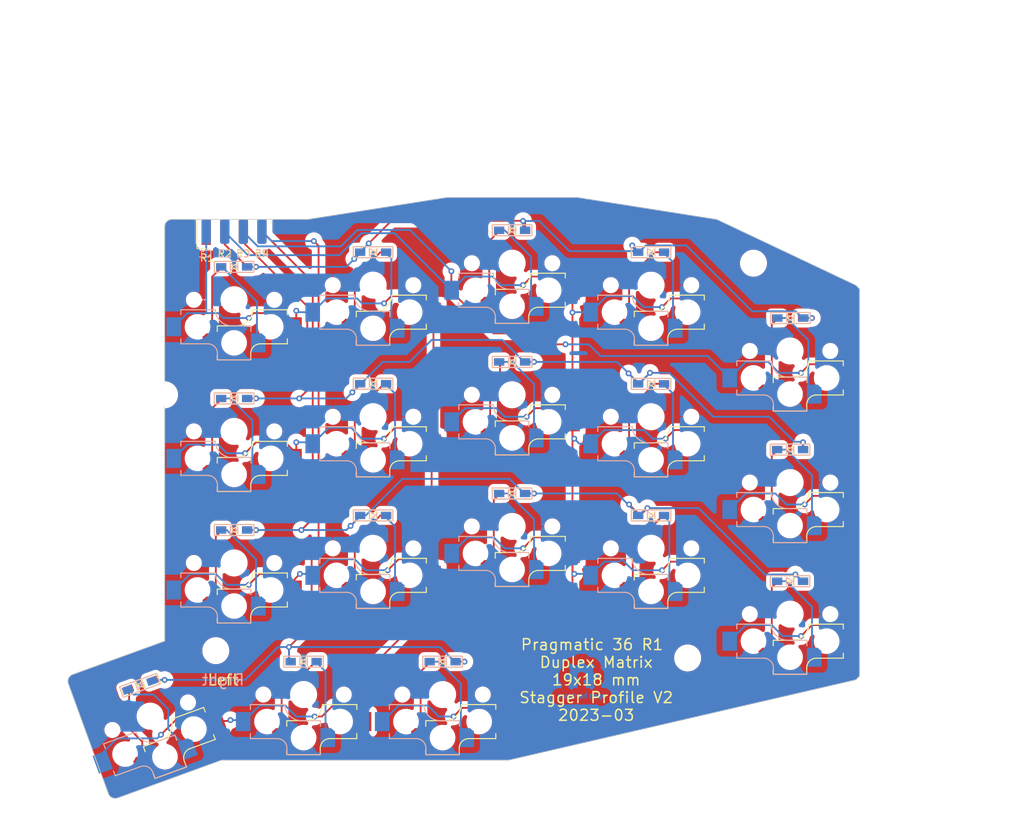
<source format=kicad_pcb>
(kicad_pcb (version 20221018) (generator pcbnew)
  (title_block (title "Pragmatic 36") (date "2023-03-09") (rev "1") (company "Pragmatic Inc.") (comment 1 "Duplex matrix with 8 pin header (5 for rows, 3 for columns)") (comment 2 "Made by James Sa"))
  (layers (0 "F.Cu" signal) (31 "B.Cu" signal) (34 "B.Paste" user) (35 "F.Paste" user) (36 "B.SilkS" user "B.Silkscreen") (37 "F.SilkS" user "F.Silkscreen") (38 "B.Mask" user) (39 "F.Mask" user) (44 "Edge.Cuts" user))
  (net 0 "")
  (net 1 "Net-(D14-K)")
  (net 2 "Row 2")
  (net 3 "Net-(D15-A)")
  (net 4 "Net-(D16-K)")
  (net 5 "Net-(D17-A)")
  (net 6 "Net-(D18-K)")
  (net 7 "Net-(D19-A)")
  (net 8 "Net-(D20-K)")
  (net 9 "Net-(D21-A)")
  (net 10 "Net-(D22-K)")
  (net 11 "Net-(D23-A)")
  (net 12 "C12")
  (net 13 "C34")
  (net 14 "C56")
  (net 15 "Row 3")
  (net 16 "Row 4")
  (net 17 "Row 5")
  (net 18 "Net-(D26-K)")
  (net 19 "Net-(D27-A)")
  (net 20 "Net-(D28-K)")
  (net 21 "Net-(D29-A)")
  (net 22 "Net-(D30-K)")
  (net 23 "Net-(D31-A)")
  (net 24 "Net-(D32-K)")
  (net 25 "Net-(D33-A)")
  (net 26 "Net-(D34-K)")
  (net 27 "Net-(D35-A)")
  (net 28 "Net-(D38-K)")
  (net 29 "Net-(D39-A)")
  (net 30 "Net-(D40-K)")
  (net 31 "Net-(D41-A)")
  (net 32 "Net-(D42-K)")
  (net 33 "Net-(D43-A)")
  (net 34 "Net-(D44-K)")
  (net 35 "Net-(D45-A)")
  (net 36 "Net-(D46-K)")
  (net 37 "Net-(D47-A)")
  (net 38 "Net-(D52-K)")
  (net 39 "Net-(D53-A)")
  (net 40 "Net-(D54-K)")
  (net 41 "Net-(D55-A)")
  (net 42 "Net-(D56-K)")
  (net 43 "Net-(D57-A)")
  (footprint "Keyboard_JSA:ChocV1_Hotswap_reverse" (layer "F.Cu") (at 149 81)
    (fp_text reference "SW17" hide)
    (fp_text value "SW_Push_45deg" hide)
  )
  (footprint "MountingHole:MountingHole_3.2mm_M3_DIN965" (layer "F.Cu") (at 127.5 131)
    (fp_text reference "H1" hide)
    (fp_text value "MountingHole" hide)
  )
  (footprint "Keyboard_JSA:ChocV1_Hotswap_reverse" (layer "F.Cu") (at 149 99)
    (fp_text reference "SW29" hide)
    (fp_text value "SW_Push_45deg" hide)
  )
  (footprint "Keyboard_Foostan:D3_SMD_v2" (layer "F.Cu") (at 187 94.5)
    (fp_text reference "D27" hide)
    (fp_text value "1N4448W" hide)
  )
  (footprint "Keyboard_Foostan:D3_SMD_v2" (layer "F.Cu") (at 130 78.5)
    (fp_text reference "D18" hide)
    (fp_text value "1N4448W" hide)
  )
  (footprint "Keyboard_JSA:ChocV1_Hotswap_reverse" (layer "F.Cu") (at 187 81)
    (fp_text reference "SW15" hide)
    (fp_text value "SW_Push_45deg" hide)
  )
  (footprint "Keyboard_Foostan:D3_SMD_v2" (layer "F.Cu") (at 187 76.5)
    (fp_text reference "D15" hide)
    (fp_text value "1N4448W" hide)
  )
  (footprint "Keyboard_Foostan:D3_SMD_v2" (layer "F.Cu") (at 158.5 132.5)
    (fp_text reference "D52" hide)
    (fp_text value "1N4448W" hide)
  )
  (footprint "Keyboard_Foostan:D3_SMD_v2" (layer "F.Cu") (at 168 73.5)
    (fp_text reference "D16" hide)
    (fp_text value "1N4448W" hide)
  )
  (footprint "Keyboard_JSA:ChocV1_Hotswap_reverse" (layer "F.Cu") (at 206 108)
    (fp_text reference "SW26" hide)
    (fp_text value "SW_Push_45deg" hide)
  )
  (footprint "Keyboard_JSA:ChocV1_Hotswap_reverse" (layer "F.Cu") (at 206 126)
    (fp_text reference "SW38" hide)
    (fp_text value "SW_Push_45deg" hide)
  )
  (footprint "Keyboard_Foostan:D3_SMD_v2" (layer "F.Cu") (at 117.2 135.7 20)
    (fp_text reference "D54" hide)
    (fp_text value "1N4448W" hide)
  )
  (footprint "Keyboard_JSA:ChocV1_Hotswap_reverse" (layer "F.Cu") (at 187 99)
    (fp_text reference "SW27" hide)
    (fp_text value "SW_Push_45deg" hide)
  )
  (footprint "Keyboard_Foostan:D3_SMD_v2" (layer "F.Cu") (at 139.5 132.5)
    (fp_text reference "D53" hide)
    (fp_text value "1N4448W" hide)
  )
  (footprint "Keyboard_Foostan:D3_SMD_v2" (layer "F.Cu") (at 187 112.5)
    (fp_text reference "D39" hide)
    (fp_text value "1N4448W" hide)
  )
  (footprint "Keyboard_JSA:ChocV1_Hotswap_reverse" (layer "F.Cu") (at 158.5 137)
    (fp_text reference "SW52" hide)
    (fp_text value "SW_Push_45deg" hide)
  )
  (footprint "Keyboard_Foostan:D3_SMD_v2" (layer "F.Cu") (at 130 114.5)
    (fp_text reference "D42" hide)
    (fp_text value "1N4448W" hide)
  )
  (footprint "Keyboard_Foostan:D3_SMD_v2" (layer "F.Cu") (at 130 96.5)
    (fp_text reference "D30" hide)
    (fp_text value "1N4448W" hide)
  )
  (footprint "Keyboard_Foostan:D3_SMD_v2" (layer "F.Cu") (at 168 91.5)
    (fp_text reference "D28" hide)
    (fp_text value "1N4448W" hide)
  )
  (footprint "Keyboard_JSA:ChocV1_Hotswap_reverse" (layer "F.Cu") (at 168 96)
    (fp_text reference "SW28" hide)
    (fp_text value "SW_Push_45deg" hide)
  )
  (footprint "Keyboard_JSA:ChocV1_Hotswap_reverse" (layer "F.Cu") (at 130 119)
    (fp_text reference "SW42" hide)
    (fp_text value "SW_Push_45deg" hide)
  )
  (footprint "Keyboard_JSA:ChocV1_Hotswap_reverse" (layer "F.Cu") (at 206 90)
    (fp_text reference "SW14" hide)
    (fp_text value "SW_Push_45deg" hide)
  )
  (footprint "Keyboard_JSA:ChocV1_Hotswap_reverse" (layer "F.Cu") (at 130 101)
    (fp_text reference "SW30" hide)
    (fp_text value "SW_Push_45deg" hide)
  )
  (footprint "MountingHole:MountingHole_3.2mm_M3_DIN965" (layer "F.Cu") (at 192 132)
    (fp_text reference "H2" hide)
    (fp_text value "MountingHole" hide)
  )
  (footprint "MountingHole:MountingHole_3.2mm_M3_DIN965" (layer "F.Cu") (at 201 78)
    (fp_text reference "H3" hide)
    (fp_text value "MountingHole" hide)
  )
  (footprint "Keyboard_JSA:matrix_connector" (layer "F.Cu") (at 130 72 -90)
    (fp_text reference "J1" hide)
    (fp_text value "Conn_02x04_Odd_Even" hide)
    (fp_line (start 0 -7.5) (end 0 7.5) (stroke (width 0.12)) (layer "Edge.Cuts"))
  )
  (footprint "Keyboard_Foostan:D3_SMD_v2" (layer "F.Cu") (at 206 103.5)
    (fp_text reference "D26" hide)
    (fp_text value "1N4448W" hide)
  )
  (footprint "Keyboard_JSA:ChocV1_Hotswap_reverse" (layer "F.Cu") (at 139.499996 137)
    (fp_text reference "SW53" hide)
    (fp_text value "SW_Push_45deg" hide)
  )
  (footprint "MountingHole:MountingHole_3.2mm_M3_DIN965" (layer "F.Cu") (at 120.5 96)
    (fp_text reference "H4" hide)
    (fp_text value "MountingHole" hide)
  )
  (footprint "Keyboard_JSA:ChocV1_Hotswap_reverse" (layer "F.Cu") (at 130 83)
    (fp_text reference "SW18" hide)
    (fp_text value "SW_Push_45deg" hide)
  )
  (footprint "Keyboard_JSA:ChocV1_Hotswap_reverse" (layer "F.Cu") (at 168 114)
    (fp_text reference "SW40" hide)
    (fp_text value "SW_Push_45deg" hide)
  )
  (footprint "Keyboard_JSA:ChocV1_Hotswap_reverse" (layer "F.Cu") (at 149 117)
    (fp_text reference "SW41" hide)
    (fp_text value "SW_Push_45deg" hide)
  )
  (footprint "Keyboard_Foostan:D3_SMD_v2" (layer "F.Cu") (at 206 85.5)
    (fp_text reference "D14" hide)
    (fp_text value "1N4448W" hide)
  )
  (footprint "Keyboard_Foostan:D3_SMD_v2" (layer "F.Cu") (at 149 76.5)
    (fp_text reference "D17" hide)
    (fp_text value "1N4448W" hide)
  )
  (footprint "Keyboard_JSA:ChocV1_Hotswap_reverse" (layer "F.Cu") (at 187 117)
    (fp_text reference "SW39" hide)
    (fp_text value "SW_Push_45deg" hide)
  )
  (footprint "Keyboard_Foostan:D3_SMD_v2" (layer "F.Cu") (at 168 109.5)
    (fp_text reference "D40" hide)
    (fp_text value "1N4448W" hide)
  )
  (footprint "Keyboard_Foostan:D3_SMD_v2" (layer "F.Cu") (at 149 94.5)
    (fp_text reference "D29" hide)
    (fp_text value "1N4448W" hide)
  )
  (footprint "Keyboard_JSA:ChocV1_Hotswap_reverse" (layer "F.Cu") (at 168 78)
    (fp_text reference "SW16" hide)
    (fp_text value "SW_Push_45deg" hide)
  )
  (footprint "Keyboard_JSA:ChocV1_Hotswap_reverse" (layer "F.Cu") (at 118.53 139.964 20)
    (fp_text reference "SW54" hide)
    (fp_text value "SW_Push_45deg" hide)
  )
  (footprint "Keyboard_Foostan:D3_SMD_v2" (layer "F.Cu") (at 206 121.5)
    (fp_text reference "D38" hide)
    (fp_text value "1N4448W" hide)
  )
  (footprint "Keyboard_Foostan:D3_SMD_v2" (layer "F.Cu") (at 149 112.5)
    (fp_text reference "D41" hide)
    (fp_text value "1N4448W" hide)
  )
  (footprint "Keyboard_JSA:ChocV1_Hotswap" (layer "B.Cu") (at 149 81 180)
    (fp_text reference "SW20" hide)
    (fp_text value "SW_Push_45deg" hide)
  )
  (footprint "Keyboard_Foostan:D3_SMD_v2" (layer "B.Cu") (at 206 121.5 180)
    (fp_text reference "D47" hide)
    (fp_text value "1N4448W" hide)
  )
  (footprint "Keyboard_Foostan:D3_SMD_v2" (layer "B.Cu") (at 149 94.475 180)
    (fp_text reference "D32" hide)
    (fp_text value "1N4448W" hide)
  )
  (footprint "Keyboard_JSA:ChocV1_Hotswap" (layer "B.Cu") (at 187 81 180)
    (fp_text reference "SW22" hide)
    (fp_text value "SW_Push_45deg" hide)
  )
  (footprint "Keyboard_Foostan:D3_SMD_v2" (layer "B.Cu") (at 168 73.5 180)
    (fp_text reference "D21" hide)
    (fp_text value "1N4448W" hide)
  )
  (footprint "Keyboard_Foostan:D3_SMD_v2" (layer "B.Cu") (at 139.5 132.5 180)
    (fp_text reference "D56" hide)
    (fp_text value "1N4448W" hide)
  )
  (footprint "Keyboard_Foostan:D3_SMD_v2" (layer "B.Cu") (at 158.499984 132.5 180)
    (fp_text reference "D57" hide)
    (fp_text value "1N4448W" hide)
  )
  (footprint "Keyboard_JSA:ChocV1_Hotswap" (layer "B.Cu") (at 149 117 180)
    (fp_text reference "SW44" hide)
    (fp_text value "SW_Push_45deg" hide)
  )
  (footprint "Keyboard_Foostan:D3_SMD_v2" (layer "B.Cu") (at 206.05 85.5 180)
    (fp_text reference "D23" hide)
    (fp_text value "1N4448W" hide)
  )
  (footprint "Keyboard_JSA:ChocV1_Hotswap" (layer "B.Cu") (at 187 99 180)
    (fp_text reference "SW34" hide)
    (fp_text value "SW_Push_45deg" hide)
  )
  (footprint "Keyboard_Foostan:D3_SMD_v2" (layer "B.Cu") (at 129.999998 96.500003 180)
    (fp_text reference "D31" hide)
    (fp_text value "1N4448W" hide)
  )
  (footprint "Keyboard_JSA:ChocV1_Hotswap" (layer "B.Cu") (at 118.53 139.964 -160)
    (fp_text reference "SW55" hide)
    (fp_text value "SW_Push_45deg" hide)
  )
  (footprint "Keyboard_JSA:OSHW-Logo2_7.3x6mm_Copper" (layer "B.Cu") (at 177.5 135 180)
    (fp_text reference "REF**" hide)
    (fp_text value "OSHW-Logo2_7.3x6mm_Copper" hide)
  )
  (footprint "Keyboard_Foostan:D3_SMD_v2" (layer "B.Cu") (at 187 112.5 180)
    (fp_text reference "D46" hide)
    (fp_text value "1N4448W" hide)
  )
  (footprint "Keyboard_JSA:ChocV1_Hotswap" (layer "B.Cu") (at 168 78 180)
    (fp_text reference "SW21" hide)
    (fp_text value "SW_Push_45deg" hide)
  )
  (footprint "Keyboard_JSA:ChocV1_Hotswap" (layer "B.Cu") (at 130 83 180)
    (fp_text reference "SW19" hide)
    (fp_text value "SW_Push_45deg" hide)
  )
  (footprint "Keyboard_Foostan:D3_SMD_v2" (layer "B.Cu") (at 149 112.5 180)
    (fp_text reference "D44" hide)
    (fp_text value "1N4448W" hide)
  )
  (footprint "Keyboard_JSA:ChocV1_Hotswap" (layer "B.Cu") (at 168 114 180)
    (fp_text reference "SW45" hide)
    (fp_text value "SW_Push_45deg" hide)
  )
  (footprint "Keyboard_Foostan:D3_SMD_v2" (layer "B.Cu") (at 206 103.5 180)
    (fp_text reference "D35" hide)
    (fp_text value "1N4448W" hide)
  )
  (footprint "Keyboard_Foostan:D3_SMD_v2" (layer "B.Cu") (at 129.999998 114.500003 180)
    (fp_text reference "D43" hide)
    (fp_text value "1N4448W" hide)
  )
  (footprint "Keyboard_JSA:ChocV1_Hotswap" (layer "B.Cu") (at 168 96 180)
    (fp_text reference "SW33" hide)
    (fp_text value "SW_Push_45deg" hide)
  )
  (footprint "Keyboard_JSA:ChocV1_Hotswap" (layer "B.Cu") (at 206 126 180)
    (fp_text reference "SW47" hide)
    (fp_text value "SW_Push_45deg" hide)
  )
  (footprint "Keyboard_Foostan:D3_SMD_v2" (layer "B.Cu") (at 130 78.5 180)
    (fp_text reference "D19" hide)
    (fp_text value "1N4448W" hide)
  )
  (footprint "Keyboard_JSA:ChocV1_Hotswap" (layer "B.Cu") (at 149 99 180)
    (fp_text reference "SW32" hide)
    (fp_text value "SW_Push_45deg" hide)
  )
  (footprint "Keyboard_JSA:ChocV1_Hotswap" (layer "B.Cu") (at 206 108 180)
    (fp_text reference "SW35" hide)
    (fp_text value "SW_Push_45deg" hide)
  )
  (footprint "Keyboard_JSA:ChocV1_Hotswap" (layer "B.Cu") (at 130 119 180)
    (fp_text reference "SW43" hide)
    (fp_text value "SW_Push_45deg" hide)
  )
  (footprint "Keyboard_JSA:ChocV1_Hotswap" (layer "B.Cu") (at 130 101 180)
    (fp_text reference "SW31" hide)
    (fp_text value "SW_Push_45deg" hide)
  )
  (footprint "Keyboard_Foostan:D3_SMD_v2" (layer "B.Cu") (at 149 76.5 180)
    (fp_text reference "D20" hide)
    (fp_text value "1N4448W" hide)
  )
  (footprint "Keyboard_Foostan:D3_SMD_v2" (layer "B.Cu") (at 168 91.5 180)
    (fp_text reference "D33" hide)
    (fp_text value "1N4448W" hide)
  )
  (footprint "Keyboard_Foostan:D3_SMD_v2" (layer "B.Cu") (at 187 76.5 180)
    (fp_text reference "D22" hide)
    (fp_text value "1N4448W" hide)
  )
  (footprint "Keyboard_Foostan:D3_SMD_v2" (layer "B.Cu") (at 168 109.5 180)
    (fp_text reference "D45" hide)
    (fp_text value "1N4448W" hide)
  )
  (footprint "Keyboard_JSA:ChocV1_Hotswap" (layer "B.Cu") (at 206 90 180)
    (fp_text reference "SW23" hide)
    (fp_text value "SW_Push_45deg" hide)
  )
  (footprint "Keyboard_JSA:ChocV1_Hotswap" (layer "B.Cu") (at 187 117 180)
    (fp_text reference "SW46" hide)
    (fp_text value "SW_Push_45deg" hide)
  )
  (footprint "Keyboard_Foostan:D3_SMD_v2" (layer "B.Cu") (at 187 94.5 180)
    (fp_text reference "D34" hide)
    (fp_text value "1N4448W" hide)
  )
  (footprint "Keyboard_JSA:ChocV1_Hotswap" (layer "B.Cu") (at 139.499996 137 180)
    (fp_text reference "SW56" hide)
    (fp_text value "SW_Push_45deg" hide)
  )
  (footprint "Keyboard_Foostan:D3_SMD_v2" (layer "B.Cu") (at 117.123665 135.743639 -160)
    (fp_text reference "D55" hide)
    (fp_text value "1N4448W" hide)
  )
  (footprint "Keyboard_JSA:ChocV1_Hotswap" (layer "B.Cu") (at 158.5 137 180)
    (fp_text reference "SW57" hide)
    (fp_text value "SW_Push_45deg" hide)
  )
  (gr_line (start 159 69) (end 140 72) (stroke (width 0.1)) (layer "Edge.Cuts"))
  (gr_line (start 215 81) (end 215.5 81.5) (stroke (width 0.1)) (layer "Edge.Cuts"))
  (gr_line (start 196 72) (end 177 69) (stroke (width 0.1)) (layer "Edge.Cuts"))
  (gr_line (start 122.5 72) (end 121.5 72.000001) (stroke (width 0.1)) (layer "Edge.Cuts"))
  (gr_line (start 120.500001 73) (end 120.5 129.675) (stroke (width 0.1)) (layer "Edge.Cuts"))
  (gr_line (start 140 72) (end 137.5 72) (stroke (width 0.1)) (layer "Edge.Cuts"))
  (gr_line (start 215 135) (end 215.5 134.5) (stroke (width 0.1)) (layer "Edge.Cuts"))
  (gr_line (start 128.25 146) (end 167.5 146) (stroke (width 0.1)) (layer "Edge.Cuts"))
  (gr_arc (start 120.500001 73) (mid 120.792894 72.292894) (end 121.5 72.000001) (stroke (width 0.1)) (layer "Edge.Cuts"))
  (gr_line (start 112.808928 150.559722) (end 107.336606 135.52464) (stroke (width 0.1)) (layer "Edge.Cuts"))
  (gr_arc (start 114.090641 151.157395) (mid 113.326003 151.124024) (end 112.808928 150.559722) (stroke (width 0.1)) (layer "Edge.Cuts"))
  (gr_arc (start 107.336606 135.52464) (mid 107.369979 134.759991) (end 107.934278 134.242928) (stroke (width 0.1)) (layer "Edge.Cuts"))
  (gr_line (start 177 69) (end 159 69) (stroke (width 0.1)) (layer "Edge.Cuts"))
  (gr_line (start 196 72) (end 215 81) (stroke (width 0.1)) (layer "Edge.Cuts"))
  (gr_line (start 107.934278 134.242928) (end 120.5 129.675) (stroke (width 0.1)) (layer "Edge.Cuts"))
  (gr_line (start 128.25 146) (end 114.090641 151.157395) (stroke (width 0.1)) (layer "Edge.Cuts"))
  (gr_line (start 215.5 134.5) (end 215.5 81.5) (stroke (width 0.1)) (layer "Edge.Cuts"))
  (gr_line (start 167.5 146) (end 215 135) (stroke (width 0.1)) (layer "Edge.Cuts"))
  (gr_text "C1" (at 126.053 76.7) (layer "B.SilkS") (effects (font (size 1 1)) (justify mirror)))
  (gr_text "C3" (at 128.72 76.7) (layer "B.SilkS") (effects (font (size 1 1)) (justify mirror)))
  (gr_text "Right\n" (at 128.5 135) (layer "B.SilkS") (effects (font (size 1.5 1.5) (thickness 0.2)) (justify mirror)))
  (gr_text "R5" (at 133.8 76.7) (layer "B.SilkS") (effects (font (size 1 1)) (justify mirror)))
  (gr_text "C5" (at 131.26 76.7) (layer "B.SilkS") (effects (font (size 1 1)) (justify mirror)))
  (gr_text "R2" (at 128.72 76.7) (layer "F.SilkS") (effects (font (size 1 1))))
  (gr_text "R1" (at 126.307 77.28) (layer "F.SilkS") (effects (font (size 1 1))))
  (gr_text "Pragmatic 36 R1 \nDuplex Matrix\n19x18 mm\nStagger Profile V2\n2023-03" (at 179.5 135) (layer "F.SilkS") (effects (font (size 1.5 1.5) (thickness 0.2))))
  (gr_text "R4" (at 133.8 76.7) (layer "F.SilkS") (effects (font (size 1 1))))
  (gr_text "R3" (at 131.26 76.7) (layer "F.SilkS") (effects (font (size 1 1))))
  (gr_text "Left" (at 128.5 135) (layer "F.SilkS") (effects (font (size 1.5 1.5) (thickness 0.2))))
  (segment (start 203.5 86.35) (end 203.5 95.098) (width 0.25) (layer "F.Cu") (net 1))
  (segment (start 204.35 85.5) (end 203.5 86.35) (width 0.25) (layer "F.Cu") (net 1))
  (segment (start 207.65 85.5) (end 209 85.5) (width 0.25) (layer "F.Cu") (net 2))
  (segment (start 131.775 78.5) (end 133 78.5) (width 0.25) (layer "F.Cu") (net 2))
  (segment (start 128.73 75.455) (end 131.775 78.5) (width 0.25) (layer "F.Cu") (net 2))
  (segment (start 169.775 72.4995) (end 169.5 72.2245) (width 0.25) (layer "F.Cu") (net 2))
  (segment (start 128.73 73.651) (end 128.73 75.455) (width 0.25) (layer "F.Cu") (net 2))
  (segment (start 185.35 76.5) (end 184.425 75.575) (width 0.25) (layer "F.Cu") (net 2))
  (segment (start 148.4 75.3) (end 151.5 72.2) (width 0.25) (layer "F.Cu") (net 2))
  (segment (start 147.225 76.475) (end 148.4 75.3) (width 0.25) (layer "F.Cu") (net 2))
  (segment (start 169.775 73.5) (end 169.775 72.4995) (width 0.25) (layer "F.Cu") (net 2))
  (segment (start 151.5 72.2) (end 169.4755 72.2) (width 0.25) (layer "F.Cu") (net 2))
  (segment (start 147.35 76.5) (end 146.425 77.425) (width 0.25) (layer "F.Cu") (net 2))
  (via (at 184.425 75.575) (size 0.8) (drill 0.4) (layers "F.Cu" "B.Cu") (net 2))
  (via (at 209 85.5) (size 0.8) (drill 0.4) (layers "F.Cu" "B.Cu") (net 2))
  (via (at 146.425 77.425) (size 0.8) (drill 0.4) (layers "F.Cu" "B.Cu") (net 2))
  (via (at 148.4 75.3) (size 0.8) (drill 0.4) (layers "F.Cu" "B.Cu") (net 2))
  (via (at 169.5 72.2245) (size 0.8) (drill 0.4) (layers "F.Cu" "B.Cu") (net 2))
  (via (at 133 78.5) (size 0.8) (drill 0.4) (layers "F.Cu" "B.Cu") (net 2))
  (segment (start 185.35 76.5) (end 186.275 75.575) (width 0.25) (layer "B.Cu") (net 2))
  (segment (start 131.65 78.5) (end 145.35 78.5) (width 0.25) (layer "B.Cu") (net 2))
  (segment (start 200.825 84.575) (end 206.775 84.575) (width 0.25) (layer "B.Cu") (net 2))
  (segment (start 185.2 76.35) (end 175.85 76.35) (width 0.25) (layer "B.Cu") (net 2))
  (segment (start 169.5 72.2245) (end 169.5 73.225) (width 0.25) (layer "B.Cu") (net 2))
  (segment (start 147.225 76.475) (end 148.4 75.3) (width 0.25) (layer "B.Cu") (net 2))
  (segment (start 186.275 75.575) (end 191.825 75.575) (width 0.25) (layer "B.Cu") (net 2))
  (segment (start 145.35 78.5) (end 147.35 76.5) (width 0.25) (layer "B.Cu") (net 2))
  (segment (start 191.825 75.575) (end 200.825 84.575) (width 0.25) (layer "B.Cu") (net 2))
  (segment (start 184.425 75.575) (end 185.35 76.5) (width 0.25) (layer "B.Cu") (net 2))
  (segment (start 171.7245 72.2245) (end 169.5 72.2245) (width 0.25) (layer "B.Cu") (net 2))
  (segment (start 207.7 85.5) (end 209 85.5) (width 0.25) (layer "B.Cu") (net 2))
  (segment (start 175.85 76.35) (end 171.7245 72.2245) (width 0.25) (layer "B.Cu") (net 2))
  (segment (start 206.775 84.575) (end 207.7 85.5) (width 0.25) (layer "B.Cu") (net 2))
  (segment (start 184 80) (end 184 86.598) (width 0.25) (layer "F.Cu") (net 3))
  (segment (start 187.5 76.5) (end 184 80) (width 0.25) (layer "F.Cu") (net 3))
  (segment (start 188.65 76.5) (end 187.5 76.5) (width 0.25) (layer "F.Cu") (net 3))
  (segment (start 164.875001 74.974999) (end 164.875001 83.722999) (width 0.25) (layer "F.Cu") (net 4))
  (segment (start 166.35 73.5) (end 164.875001 74.974999) (width 0.25) (layer "F.Cu") (net 4))
  (segment (start 150.65 76.5) (end 150 76.5) (width 0.25) (layer "F.Cu") (net 5))
  (segment (start 146.5 80) (end 146.5 86.098) (width 0.25) (layer "F.Cu") (net 5))
  (segment (start 150 76.5) (end 146.5 80) (width 0.25) (layer "F.Cu") (net 5))
  (segment (start 127 79.85) (end 127 88.598) (width 0.25) (layer "F.Cu") (net 6))
  (segment (start 128.35 78.5) (end 127 79.85) (width 0.25) (layer "F.Cu") (net 6))
  (segment (start 133.124999 83.274999) (end 133.124999 88.722999) (width 0.25) (layer "B.Cu") (net 7))
  (segment (start 128.35 78.5) (end 133.124999 83.274999) (width 0.25) (layer "B.Cu") (net 7))
  (segment (start 150.65 76.5) (end 151.5 77.35) (width 0.25) (layer "B.Cu") (net 8))
  (segment (start 151.5 77.35) (end 151.5 86.098) (width 0.25) (layer "B.Cu") (net 8))
  (segment (start 167 73.5) (end 170.6 77.1) (width 0.25) (layer "B.Cu") (net 9))
  (segment (start 166.225 73.5) (end 167 73.5) (width 0.25) (layer "B.Cu") (net 9))
  (segment (start 170.6 77.1) (end 170.6 83.198) (width 0.25) (layer "B.Cu") (net 9))
  (segment (start 190 77.85) (end 190 86.598) (width 0.25) (layer "B.Cu") (net 10))
  (segment (start 188.65 76.5) (end 190 77.85) (width 0.25) (layer "B.Cu") (net 10))
  (segment (start 205.5 85.5) (end 208.5 88.5) (width 0.25) (layer "B.Cu") (net 11))
  (segment (start 204.4 85.5) (end 205.5 85.5) (width 0.25) (layer "B.Cu") (net 11))
  (segment (start 208.5 88.5) (end 208.5 95.098) (width 0.25) (layer "B.Cu") (net 11))
  (segment (start 155.055 82.5) (end 157.255 84.7) (width 0.25) (layer "F.Cu") (net 12))
  (segment (start 131.5 104) (end 133 102.5) (width 0.25) (layer "F.Cu") (net 12))
  (segment (start 155.055 118.5) (end 157.255 120.7) (width 0.25) (layer "F.Cu") (net 12))
  (segment (start 138.5 84.5) (end 138.5 86.455) (width 0.25) (layer "F.Cu") (net 12))
  (segment (start 152 100.5) (end 155.055 100.5) (width 0.25) (layer "F.Cu") (net 12))
  (segment (start 150.5 83.5) (end 151.5 82.5) (width 0.25) (layer "F.Cu") (net 12))
  (segment (start 122.8 139.7) (end 126.635151 139.7) (width 0.25) (layer "F.Cu") (net 12))
  (segment (start 157 125) (end 147.754996 134.245004) (width 0.25) (layer "F.Cu") (net 12))
  (segment (start 143.5 138.5) (end 145.554996 138.5) (width 0.25) (layer "F.Cu") (net 12))
  (segment (start 126.635151 139.7) (end 127.552637 140.617486) (width 0.25) (layer "F.Cu") (net 12))
  (segment (start 141 140) (end 142 140) (width 0.25) (layer "F.Cu") (net 12))
  (segment (start 138.5 102.5) (end 138.5 104.455) (width 0.25) (layer "F.Cu") (net 12))
  (segment (start 145.554996 138.5) (end 147.754996 140.7) (width 0.25) (layer "F.Cu") (net 12))
  (segment (start 152.5 118.5) (end 155.055 118.5) (width 0.25) (layer "F.Cu") (net 12))
  (segment (start 138.255 86.7) (end 136.379999 84.824999) (width 0.25) (layer "F.Cu") (net 12))
  (segment (start 150.5 102) (end 152 100.5) (width 0.25) (layer "F.Cu") (net 12))
  (segment (start 120 142.5) (end 122.8 139.7) (width 0.25) (layer "F.Cu") (net 12))
  (segment (start 138.255 122.7) (end 138.255 121.245) (width 0.25) (layer "F.Cu") (net 12))
  (segment (start 151.5 82.5) (end 155.055 82.5) (width 0.25) (layer "F.Cu") (net 12))
  (segment (start 129.382514 140.617486) (end 129.5 140.5) (width 0.25) (layer "F.Cu") (net 12))
  (segment (start 142 140) (end 143.5 138.5) (width 0.25) (layer "F.Cu") (net 12))
  (segment (start 132 122) (end 133.5 120.5) (width 0.25) (layer "F.Cu") (net 12))
  (segment (start 157 120.955) (end 157 125) (width 0.25) (layer "F.Cu") (net 12))
  (segment (start 137 102.5) (end 138.255 103.755) (width 0.25) (layer "F.Cu") (net 12))
  (segment (start 136.379999 84.824999) (end 132.675001 84.824999) (width 0.25) (layer "F.Cu") (net 12))
  (segment (start 127.552637 140.617486) (end 129.382514 140.617486) (width 0.25) (layer "F.Cu") (net 12))
  (segment (start 157 102.955) (end 157 120.445) (width 0.25) (layer "F.Cu") (net 12))
  (segment (start 132.675001 84.824999) (end 132 85.5) (width 0.25) (layer "F.Cu") (net 12))
  (segment (start 133 102.5) (end 137 102.5) (width 0.25) (layer "F.Cu") (net 12))
  (segment (start 136.055 120.5) (end 138.255 122.7) (width 0.25) (layer "F.Cu") (net 12))
  (segment (start 151 120) (end 152.5 118.5) (width 0.25) (layer "F.Cu") (net 12))
  (segment (start 157.255 84.7) (end 157.255 102.7) (width 0.25) (layer "F.Cu") (net 12))
  (segment (start 147.754996 134.245004) (end 147.754996 140.7) (width 0.25) (layer "F.Cu") (net 12))
  (segment (start 133.5 120.5) (end 136.055 120.5) (width 0.25) (layer "F.Cu") (net 12))
  (segment (start 138.255 121.245) (end 139 120.5) (width 0.25) (layer "F.Cu") (net 12))
  (segment (start 155.055 100.5) (end 157.255 102.7) (width 0.25) (layer "F.Cu") (net 12))
  (via (at 151 120) (size 0.8) (drill 0.4) (layers "F.Cu" "B.Cu") (net 12))
  (via (at 132 85.5) (size 0.8) (drill 0.4) (layers "F.Cu" "B.Cu") (net 12))
  (via (at 120 142.5) (size 0.8) (drill 0.4) (layers "F.Cu" "B.Cu") (net 12))
  (via (at 139 120.5) (size 0.8) (drill 0.4) (layers "F.Cu" "B.Cu") (net 12))
  (via (at 138.5 84.5) (size 0.8) (drill 0.4) (layers "F.Cu" "B.Cu") (net 12))
  (via (at 141 140) (size 0.8) (drill 0.4) (layers "F.Cu" "B.Cu") (net 12))
  (via (at 129.5 140.5) (size 0.8) (drill 0.4) (layers "F.Cu" "B.Cu") (net 12))
  (via (at 131.5 104) (size 0.8) (drill 0.4) (layers "F.Cu" "B.Cu") (net 12))
  (via (at 138.5 102.5) (size 0.8) (drill 0.4) (layers "F.Cu" "B.Cu") (net 12))
  (via (at 132 122) (size 0.8) (drill 0.4) (layers "F.Cu" "B.Cu") (net 12))
  (via (at 150.5 83.5) (size 0.8) (drill 0.4) (layers "F.Cu" "B.Cu") (net 12))
  (via (at 150.5 102) (size 0.8) (drill 0.4) (layers "F.Cu" "B.Cu") (net 12))
  (segment (start 127.5 120.5) (end 129 122) (width 0.25) (layer "B.Cu") (net 12))
  (segment (start 147.5 83.5) (end 150.5 83.5) (width 0.25) (layer "B.Cu") (net 12))
  (segment (start 140.745 120.7) (end 142.945 118.5) (width 0.25) (layer "B.Cu") (net 12))
  (segment (start 121.745 86.7) (end 123.620001 84.824999) (width 0.25) (layer "B.Cu") (net 12))
  (segment (start 146.5 118.5) (end 148 120) (width 0.25) (layer "B.Cu") (net 12))
  (segment (start 133.5 138.5) (end 137 138.5) (width 0.25) (layer "B.Cu") (net 12))
  (segment (start 139 120.5) (end 140.545 120.5) (width 0.25) (layer "B.Cu") (net 12))
  (segment (start 140.745 84.7) (end 142.620001 82.824999) (width 0.25) (layer "B.Cu") (net 12))
  (segment (start 129 104) (end 131.5 104) (width 0.25) (layer "B.Cu") (net 12))
  (segment (start 140.545 102.5) (end 138.5 102.5) (width 0.25) (layer "B.Cu") (net 12))
  (segment (start 126.19 84.814999) (end 126.2 84.824999) (width 0.25) (layer "B.Cu") (net 12))
  (segment (start 142.945 100.5) (end 146 100.5) (width 0.25) (layer "B.Cu") (net 12))
  (segment (start 126.19 73.651) (end 126.19 84.814999) (width 0.25) (layer "B.Cu") (net 12))
  (segment (start 146.824999 82.824999) (end 147.5 83.5) (width 0.25) (layer "B.Cu") (net 12))
  (segment (start 119.5 143) (end 120 142.5) (width 0.25) (layer "B.Cu") (net 12))
  (segment (start 126.2 84.824999) (end 127.824999 84.824999) (width 0.25) (layer "B.Cu") (net 12))
  (segment (start 128.5 85.5) (end 132 85.5) (width 0.25) (layer "B.Cu") (net 12))
  (segment (start 140.745 84.7) (end 138.7 84.7) (width 0.25) (layer "B.Cu") (net 12))
  (segment (start 138.7 84.7) (end 138.5 84.5) (width 0.25) (layer "B.Cu") (net 12))
  (segment (start 112.038312 144.961688) (end 114 143) (width 0.25) (layer "B.Cu") (net 12))
  (segment (start 129.5 140.5) (end 131.044996 140.5) (width 0.25) (layer "B.Cu") (net 12))
  (segment (start 131.3 140.7) (end 133.5 138.5) (width 0.25) (layer "B.Cu") (net 12))
  (segment (start 143 118.5) (end 146.5 118.5) (width 0.25) (layer "B.Cu") (net 12))
  (segment (start 140.745 102.7) (end 142.945 100.5) (width 0.25) (layer "B.Cu") (net 12))
  (segment (start 127.824999 102.824999) (end 129 104) (width 0.25) (layer "B.Cu") (net 12))
  (segment (start 121.8 122.7) (end 124 120.5) (width 0.25) (layer "B.Cu") (net 12))
  (segment (start 129 122) (end 132 122) (width 0.25) (layer "B.Cu") (net 12))
  (segment (start 123.620001 84.824999) (end 126.2 84.824999) (width 0.25) (layer "B.Cu") (net 12))
  (segment (start 127.824999 84.824999) (end 128.5 85.5) (width 0.25) (layer "B.Cu") (net 12))
  (segment (start 147.5 102) (end 150.5 102) (width 0.25) (layer "B.Cu") (net 12))
  (segment (start 142.945 118.5) (end 143 118.5) (width 0.25) (layer "B.Cu") (net 12))
  (segment (start 137 138.5) (end 138.5 140) (width 0.25) (layer "B.Cu") (net 12))
  (segment (start 142.620001 82.824999) (end 146.824999 82.824999) (width 0.25) (layer "B.Cu") (net 12))
  (segment (start 146 100.5) (end 147.5 102) (width 0.25) (layer "B.Cu") (net 12))
  (segment (start 138.5 140) (end 141 140) (width 0.25) (layer "B.Cu") (net 12))
  (segment (start 148 120) (end 151 120) (width 0.25) (layer "B.Cu") (net 12))
  (segment (start 123.620001 102.824999) (end 127.824999 102.824999) (width 0.25) (layer "B.Cu") (net 12))
  (segment (start 114 143) (end 119.5 143) (width 0.25) (layer "B.Cu") (net 12))
  (segment (start 112.038312 146.264239) (end 112.038312 144.961688) (width 0.25) (layer "B.Cu") (net 12))
  (segment (start 124 120.5) (end 127.5 120.5) (width 0.25) (layer "B.Cu") (net 12))
  (segment (start 121.745 104.7) (end 123.620001 102.824999) (width 0.25) (layer "B.Cu") (net 12))
  (segment (start 176.255 99.7) (end 176.255 101.755) (width 0.25) (layer "F.Cu") (net 13))
  (segment (start 193.379999 100.824999) (end 195.255 102.7) (width 0.25) (layer "F.Cu") (net 13))
  (segment (start 161.175001 138.824999) (end 164.879999 138.824999) (width 0.25) (layer "F.Cu") (net 13))
  (segment (start 188.5 120) (end 189.675001 118.824999) (width 0.25) (layer "F.Cu") (net 13))
  (segment (start 176.255 117.7) (end 176.255 123.245) (width 0.25) (layer "F.Cu") (net 13))
  (segment (start 176.255 117.7) (end 176.255 120.255) (width 0.25) (layer "F.Cu") (net 13))
  (segment (start 176.255 81.7) (end 176.255 84.745) (width 0.25) (layer "F.Cu") (net 13))
  (segment (start 164.879999 138.824999) (end 166.755 140.7) (width 0.25) (layer "F.Cu") (net 13))
  (segment (start 168 131.5) (end 168 139.455) (width 0.25) (layer "F.Cu") (net 13))
  (segment (start 166.755 140.7) (end 168 139.455) (width 0.25) (layer "F.Cu") (net 13))
  (segment (start 190.175001 100.824999) (end 193.379999 100.824999) (width 0.25) (layer "F.Cu") (net 13))
  (segment (start 170 99) (end 171.175001 97.824999) (width 0.25) (layer "F.Cu") (net 13))
  (segment (start 189.675001 118.824999) (end 193.379999 118.824999) (width 0.25) (layer "F.Cu") (net 13))
  (segment (start 169.5 81) (end 170.675001 79.824999) (width 0.25) (layer "F.Cu") (net 13))
  (segment (start 169.5 117) (end 171 115.5) (width 0.25) (layer "F.Cu") (net 13))
  (segment (start 174.379999 97.824999) (end 176.255 99.7) (width 0.25) (layer "F.Cu") (net 13))
  (segment (start 176.255 101.755) (end 176.5 102) (width 0.25) (layer "F.Cu") (net 13))
  (segment (start 193.379999 82.824999) (end 195.255 84.7) (width 0.25) (layer "F.Cu") (net 13))
  (segment (start 188.5 84) (end 189.675001 82.824999) (width 0.25) (layer "F.Cu") (net 13))
  (segment (start 189.675001 82.824999) (end 193.379999 82.824999) (width 0.25) (layer "F.Cu") (net 13))
  (segment (start 174.055 115.5) (end 176.255 117.7) (width 0.25) (layer "F.Cu") (net 13))
  (segment (start 176.255 84.745) (end 176.255 99.7) (width 0.25) (layer "F.Cu") (net 13))
  (segment (start 176.255 99.7) (end 176.255 117.7) (width 0.25) (layer "F.Cu") (net 13))
  (segment (start 176.255 120.255) (end 176.5 120.5) (width 0.25) (layer "F.Cu") (net 13))
  (segment (start 189 102) (end 190.175001 100.824999) (width 0.25) (layer "F.Cu") (net 13))
  (segment (start 160 140) (end 161.175001 138.824999) (width 0.25) (layer "F.Cu") (net 13))
  (segment (start 193.379999 118.824999) (end 195.255 120.7) (width 0.25) (layer "F.Cu") (net 13))
  (segment (start 171.175001 97.824999) (end 174.379999 97.824999) (width 0.25) (layer "F.Cu") (net 13))
  (segment (start 174.379999 79.824999) (end 176.255 81.7) (width 0.25) (layer "F.Cu") (net 13))
  (segment (start 170.675001 79.824999) (end 174.379999 79.824999) (width 0.25) (layer "F.Cu") (net 13))
  (segment (start 171 115.5) (end 174.055 115.5) (width 0.25) (layer "F.Cu") (net 13))
  (segment (start 176.255 123.245) (end 168 131.5) (width 0.25) (layer "F.Cu") (net 13))
  (via (at 176.5 120.5) (size 0.8) (drill 0.4) (layers "F.Cu" "B.Cu") (net 13))
  (via (at 188.5 84) (size 0.8) (drill 0.4) (layers "F.Cu" "B.Cu") (net 13))
  (via (at 176.5 102) (size 0.8) (drill 0.4) (layers "F.Cu" "B.Cu") (net 13))
  (via (at 189 102) (size 0.8) (drill 0.4) (layers "F.Cu" "B.Cu") (net 13))
  (via (at 160 140) (size 0.8) (drill 0.4) (layers "F.Cu" "B.Cu") (net 13))
  (via (at 169.5 81) (size 0.8) (drill 0.4) (layers "F.Cu" "B.Cu") (net 13))
  (via (at 170 99) (size 0.8) (drill 0.4) (layers "F.Cu" "B.Cu") (net 13))
  (via (at 176.255 84.745) (size 0.8) (drill 0.4) (layers "F.Cu" "B.Cu") (net 13))
  (via (at 188.5 120) (size 0.8) (drill 0.4) (layers "F.Cu" "B.Cu") (net 13))
  (via (at 169.5 117) (size 0.8) (drill 0.4) (layers "F.Cu" "B.Cu") (net 13))
  (segment (start 156.5 138.5) (end 158 140) (width 0.25) (layer "B.Cu") (net 13))
  (segment (start 150.3 140.7) (end 152.5 138.5) (width 0.25) (layer "B.Cu") (net 13))
  (segment (start 165.5 115.5) (end 167 117) (width 0.25) (layer "B.Cu") (net 13))
  (segment (start 176.5 102) (end 177.2 102.7) (width 0.25) (layer "B.Cu") (net 13))
  (segment (start 144.4 76.9) (end 147.4 73.9) (width 0.25) (layer "B.Cu") (net 13))
  (segment (start 151.945 73.9) (end 159.745 81.7) (width 0.25) (layer "B.Cu") (net 13))
  (segment (start 184.5 120) (end 188.5 120) (width 0.25) (layer "B.Cu") (net 13))
  (segment (start 180.945 82.5) (end 184.5 82.5) (width 0.25) (layer "B.Cu") (net 13))
  (segment (start 161.620001 97.824999) (end 165.824999 97.824999) (width 0.25) (layer "B.Cu") (net 13))
  (segment (start 158 140) (end 160 140) (width 0.25) (layer "B.Cu") (net 13))
  (segment (start 183 118.5) (end 184.5 120) (width 0.25) (layer "B.Cu") (net 13))
  (segment (start 159.745 81.7) (end 161.620001 79.824999) (width 0.25) (layer "B.Cu") (net 13))
  (segment (start 184.5 82.5) (end 186 84) (width 0.25) (layer "B.Cu") (net 13))
  (segment (start 161.945 115.5) (end 165.5 115.5) (width 0.25) (layer "B.Cu") (net 13))
  (segment (start 165.324999 79.824999) (end 166.5 81) (width 0.25) (layer "B.Cu") (net 13))
  (segment (start 152.5 138.5) (end 156.5 138.5) (width 0.25) (layer "B.Cu") (net 13))
  (segment (start 186 84) (end 188.5 84) (width 0.25) (layer "B.Cu") (net 13))
  (segment (start 167 99) (end 170 99) (width 0.25) (layer "B.Cu") (net 13))
  (segment (start 147.4 73.9) (end 151.945 73.9) (width 0.25) (layer "B.Cu") (net 13))
  (segment (start 180.620001 100.824999) (end 186.031925 100.824999) (width 0.25) (layer "B.Cu") (net 13))
  (segment (start 159.745 99.7) (end 161.620001 97.824999) (width 0.25) (layer "B.Cu") (net 13))
  (segment (start 178.745 84.7) (end 176.3 84.7) (width 0.25) (layer "B.Cu") (net 13))
  (segment (start 165.824999 97.824999) (end 167 99) (width 0.25) (layer "B.Cu") (net 13))
  (segment (start 178.745 120.7) (end 180.620001 118.824999) (width 0.25) (layer "B.Cu") (net 13))
  (segment (start 178.745 84.7) (end 180.945 82.5) (width 0.25) (layer "B.Cu") (net 13))
  (segment (start 180.620001 118.824999) (end 182.675001 118.824999) (width 0.25) (layer "B.Cu") (net 13))
  (segment (start 176.5 120.5) (end 178.545 120.5) (width 0.25) (layer "B.Cu") (net 13))
  (segment (start 178.745 102.7) (end 180.620001 100.824999) (width 0.25) (layer "B.Cu") (net 13))
  (segment (start 159.745 117.7) (end 161.945 115.5) (width 0.25) (layer "B.Cu") (net 13))
  (segment (start 161.620001 79.824999) (end 165.324999 79.824999) (width 0.25) (layer "B.Cu") (net 13))
  (segment (start 176.3 84.7) (end 176.255 84.745) (width 0.25) (layer "B.Cu") (net 13))
  (segment (start 166.5 81) (end 169.5 81) (width 0.25) (layer "B.Cu") (net 13))
  (segment (start 186.031925 100.824999) (end 187.206926 102) (width 0.25) (layer "B.Cu") (net 13))
  (segment (start 167 117) (end 169.5 117) (width 0.25) (layer "B.Cu") (net 13))
  (segment (start 182.675001 118.824999) (end 183 118.5) (width 0.25) (layer "B.Cu") (net 13))
  (segment (start 187.206926 102) (end 189 102) (width 0.25) (layer "B.Cu") (net 13))
  (segment (start 177.2 102.7) (end 178.745 102.7) (width 0.25) (layer "B.Cu") (net 13))
  (segment (start 131.895868 76.9) (end 144.4 76.9) (width 0.25) (layer "B.Cu") (net 13))
  (segment (start 128.73 73.734132) (end 131.895868 76.9) (width 0.25) (layer "B.Cu") (net 13))
  (segment (start 207.5 93) (end 208.675001 91.824999) (width 0.25) (layer "F.Cu") (net 14))
  (segment (start 173.5 89.1) (end 175.3 89.1) (width 0.25) (layer "F.Cu") (net 14))
  (segment (start 214.5 93.945) (end 213.5 94.945) (width 0.25) (layer "F.Cu") (net 14))
  (segment (start 213.5 94.945) (end 213.5 110.455) (width 0.25) (layer "F.Cu") (net 14))
  (segment (start 213.5 128.455) (end 214.5 129.455) (width 0.25) (layer "F.Cu") (net 14))
  (segment (start 209 127.5) (end 212.055 127.5) (width 0.25) (layer "F.Cu") (net 14))
  (segment (start 213.5 110.455) (end 214.5 111.455) (width 0.25) (layer "F.Cu") (net 14))
  (segment (start 159.7 79.1) (end 159.7 81.852) (width 0.25) (layer "F.Cu") (net 14))
  (segment (start 207.5 129) (end 209 127.5) (width 0.25) (layer "F.Cu") (net 14))
  (segment (start 172 87.6) (end 173.5 89.1) (width 0.25) (layer "F.Cu") (net 14))
  (segment (start 213.5 112.945) (end 213.5 128.455) (width 0.25) (layer "F.Cu") (net 14))
  (segment (start 208.675001 91.824999) (end 212.379999 91.824999) (width 0.25) (layer "F.Cu") (net 14))
  (segment (start 212.379999 91.824999) (end 214.255 93.7) (width 0.25) (layer "F.Cu") (net 14))
  (segment (start 208 111) (end 209.175001 109.824999) (width 0.25) (layer "F.Cu") (net 14))
  (segment (start 159.7 81.852) (end 165.448 87.6) (width 0.25) (layer "F.Cu") (net 14))
  (segment (start 212.379999 109.824999) (end 214.255 111.7) (width 0.25) (layer "F.Cu") (net 14))
  (segment (start 214.5 111.945) (end 213.5 112.945) (width 0.25) (layer "F.Cu") (net 14))
  (segment (start 209.175001 109.824999) (end 212.379999 109.824999) (width 0.25) (layer "F.Cu") (net 14))
  (segment (start 165.448 87.6) (end 172 87.6) (width 0.25) (layer "F.Cu") (net 14))
  (segment (start 212.055 127.5) (end 214.255 129.7) (width 0.25) (layer "F.Cu") (net 14))
  (via (at 207.5 129) (size 0.8) (drill 0.4) (layers "F.Cu" "B.Cu") (net 14))
  (via (at 175.3 89.1) (size 0.8) (drill 0.4) (layers "F.Cu" "B.Cu") (net 14))
  (via (at 207.5 93) (size 0.8) (drill 0.4) (layers "F.Cu" "B.Cu") (net 14))
  (via (at 208 111) (size 0.8) (drill 0.4) (layers "F.Cu" "B.Cu") (net 14))
  (via (at 159.7 79.1) (size 0.8) (drill 0.4) (layers "F.Cu" "B.Cu") (net 14))
  (segment (start 180.1 90.7) (end 194.745 90.7) (width 0.25) (layer "B.Cu") (net 14))
  (segment (start 199.945 127.5) (end 203.5 127.5) (width 0.25) (layer "B.Cu") (net 14))
  (segment (start 146.85 73.45) (end 154.05 73.45) (width 0.25) (layer "B.Cu") (net 14))
  (segment (start 194.745 90.7) (end 197.745 93.7) (width 0.25) (layer "B.Cu") (net 14))
  (segment (start 204 109.5) (end 205.5 111) (width 0.25) (layer "B.Cu") (net 14))
  (segment (start 199.945 109.5) (end 204 109.5) (width 0.25) (layer "B.Cu") (net 14))
  (segment (start 144.6 75.7) (end 146.85 73.45) (width 0.25) (layer "B.Cu") (net 14))
  (segment (start 205.5 111) (end 208 111) (width 0.25) (layer "B.Cu") (net 14))
  (segment (start 197.745 93.7) (end 199.945 91.5) (width 0.25) (layer "B.Cu") (net 14))
  (segment (start 205 129) (end 207.5 129) (width 0.25) (layer "B.Cu") (net 14))
  (segment (start 204.5 93) (end 207.5 93) (width 0.25) (layer "B.Cu") (net 14))
  (segment (start 133.235868 75.7) (end 144.6 75.7) (width 0.25) (layer "B.Cu") (net 14))
  (segment (start 197.745 111.7) (end 199.945 109.5) (width 0.25) (layer "B.Cu") (net 14))
  (segment (start 131.27 73.734132) (end 133.235868 75.7) (width 0.25) (layer "B.Cu") (net 14))
  (segment (start 197.745 129.7) (end 199.945 127.5) (width 0.25) (layer "B.Cu") (net 14))
  (segment (start 200 91.5) (end 203 91.5) (width 0.25) (layer "B.Cu") (net 14))
  (segment (start 203.5 127.5) (end 205 129) (width 0.25) (layer "B.Cu") (net 14))
  (segment (start 199.945 91.5) (end 200 91.5) (width 0.25) (layer "B.Cu") (net 14))
  (segment (start 203 91.5) (end 204.5 93) (width 0.25) (layer "B.Cu") (net 14))
  (segment (start 178.5 89.1) (end 180.1 90.7) (width 0.25) (layer "B.Cu") (net 14))
  (segment (start 175.3 89.1) (end 178.5 89.1) (width 0.25) (layer "B.Cu") (net 14))
  (segment (start 154.05 73.45) (end 159.7 79.1) (width 0.25) (layer "B.Cu") (net 14))
  (segment (start 185.35 94.5) (end 183.925 93.075) (width 0.25) (layer "F.Cu") (net 15))
  (segment (start 207.775 102.5) (end 207.775 103.5) (width 0.25) (layer "F.Cu") (net 15))
  (segment (start 147.325 94.5) (end 146.1625 95.6625) (width 0.25) (layer "F.Cu") (net 15))
  (segment (start 138.9 96.500003) (end 140 95.400003) (width 0.25) (layer "F.Cu") (net 15))
  (segment (start 140 83.9) (end 131.27 75.17) (width 0.25) (layer "F.Cu") (net 15))
  (segment (start 169.65 91.5) (end 171 91.5) (width 0.25) (layer "F.Cu") (net 15))
  (segment (start 140 95.400003) (end 140 83.9) (width 0.25) (layer "F.Cu") (net 15))
  (segment (start 131.65 96.5) (end 132.999994 96.5) (width 0.25) (layer "F.Cu") (net 15))
  (segment (start 132.999994 96.5) (end 132.999997 96.500003) (width 0.25) (layer "F.Cu") (net 15))
  (segment (start 185.35 94.5) (end 186.85 93) (width 0.25) (layer "F.Cu") (net 15))
  (via (at 138.9 96.500003) (size 0.8) (drill 0.4) (layers "F.Cu" "B.Cu") (net 15))
  (via (at 183.925 93.075) (size 0.8) (drill 0.4) (layers "F.Cu" "B.Cu") (net 15))
  (via (at 146.1625 95.6625) (size 0.8) (drill 0.4) (layers "F.Cu" "B.Cu") (net 15))
  (via (at 186.85 93) (size 0.8) (drill 0.4) (layers "F.Cu" "B.Cu") (net 15))
  (via (at 207.775 102.5) (size 0.8) (drill 0.4) (layers "F.Cu" "B.Cu") (net 15))
  (via (at 132.999997 96.500003) (size 0.8) (drill 0.4) (layers "F.Cu" "B.Cu") (net 15))
  (via (at 171 91.5) (size 0.8) (drill 0.4) (layers "F.Cu" "B.Cu") (net 15))
  (segment (start 132.999997 96.500003) (end 138.9 96.500003) (width 0.25) (layer "B.Cu") (net 15))
  (segment (start 147.35 94.475) (end 150.325 91.5) (width 0.25) (layer "B.Cu") (net 15))
  (segment (start 138.9 96.500003) (end 145.324997 96.500003) (width 0.25) (layer "B.Cu") (net 15))
  (segment (start 203.15 99) (end 206.575 102.425) (width 0.25) (layer "B.Cu") (net 15))
  (segment (start 185.35 94.5) (end 186.85 93) (width 0.25) (layer "B.Cu") (net 15))
  (segment (start 154 91.5) (end 157 88.5) (width 0.25) (layer "B.Cu") (net 15))
  (segment (start 145.324997 96.500003) (end 146.1625 95.6625) (width 0.25) (layer "B.Cu") (net 15))
  (segment (start 150.325 91.5) (end 154 91.5) (width 0.25) (layer "B.Cu") (net 15))
  (segment (start 189.5 93) (end 195.5 99) (width 0.25) (layer "B.Cu") (net 15))
  (segment (start 195.5 99) (end 203.15 99) (width 0.25) (layer "B.Cu") (net 15))
  (segment (start 166.65 88.5) (end 169.65 91.5) (width 0.25) (layer "B.Cu") (net 15))
  (segment (start 186.85 93) (end 189.5 93) (width 0.25) (layer "B.Cu") (net 15))
  (segment (start 146.1625 95.6625) (end 147.35 94.475) (width 0.25) (layer "B.Cu") (net 15))
  (segment (start 207.775 103.5) (end 207.775 102.5) (width 0.25) (layer "B.Cu") (net 15))
  (segment (start 131.649998 96.500003) (end 132.999997 96.500003) (width 0.25) (layer "B.Cu") (net 15))
  (segment (start 182.35 91.5) (end 185.35 94.5) (width 0.25) (layer "B.Cu") (net 15))
  (segment (start 207.7 102.425) (end 207.775 102.5) (width 0.25) (layer "B.Cu") (net 15))
  (segment (start 169.65 91.5) (end 182.35 91.5) (width 0.25) (layer "B.Cu") (net 15))
  (segment (start 157 88.5) (end 166.65 88.5) (width 0.25) (layer "B.Cu") (net 15))
  (segment (start 206.575 102.425) (end 207.7 102.425) (width 0.25) (layer "B.Cu") (net 15))
  (segment (start 207.65 121.5) (end 206.725 120.575) (width 0.25) (layer "F.Cu") (net 16))
  (segment (start 131.65 114.5) (end 132.999994 114.5) (width 0.25) (layer "F.Cu") (net 16))
  (segment (start 132.999994 114.5) (end 132.999997 114.500003) (width 0.25) (layer "F.Cu") (net 16))
  (segment (start 139.2 114.500003) (end 140.75 112.950003) (width 0.25) (layer "F.Cu") (net 16))
  (segment (start 147.35 112.5) (end 145.925 113.925) (width 0.25) (layer "F.Cu") (net 16))
  (segment (start 140.75 80.591) (end 133.81 73.651) (width 0.25) (layer "F.Cu") (net 16))
  (segment (start 185.5 112.5) (end 186.5 111.5) (width 0.25) (layer "F.Cu") (net 16))
  (segment (start 185.35 112.35) (end 184 111) (width 0.25) (layer "F.Cu") (net 16))
  (segment (start 140.75 112.950003) (end 140.75 80.591) (width 0.25) (layer "F.Cu") (net 16))
  (segment (start 169.65 109.5) (end 171 109.5) (width 0.25) (layer "F.Cu") (net 16))
  (via (at 206.725 120.575) (size 0.8) (drill 0.4) (layers "F.Cu" "B.Cu") (net 16))
  (via (at 145.925 113.925) (size 0.8) (drill 0.4) (layers "F.Cu" "B.Cu") (net 16))
  (via (at 132.999997 114.500003) (size 0.8) (drill 0.4) (layers "F.Cu" "B.Cu") (net 16))
  (via (at 184 111) (size 0.8) (drill 0.4) (layers "F.Cu" "B.Cu") (net 16))
  (via (at 171 109.5) (size 0.8) (drill 0.4) (layers "F.Cu" "B.Cu") (net 16))
  (via (at 186.5 111.5) (size 0.8) (drill 0.4) (layers "F.Cu" "B.Cu") (net 16))
  (via (at 139.2 114.500003) (size 0.8) (drill 0.4) (layers "F.Cu" "B.Cu") (net 16))
  (segment (start 131.649998 114.500003) (end 132.999997 114.500003) (width 0.25) (layer "B.Cu") (net 16))
  (segment (start 139.2 114.500003) (end 145.349997 114.500003) (width 0.25) (layer "B.Cu") (net 16))
  (segment (start 145.349997 114.500003) (end 147.35 112.5) (width 0.25) (layer "B.Cu") (net 16))
  (segment (start 182.35 109.5) (end 185.35 112.5) (width 0.25) (layer "B.Cu") (net 16))
  (segment (start 169.65 109.5) (end 182.35 109.5) (width 0.25) (layer "B.Cu") (net 16))
  (segment (start 193.5 111.5) (end 202.575 120.575) (width 0.25) (layer "B.Cu") (net 16))
  (segment (start 167.65 107.5) (end 169.65 109.5) (width 0.25) (layer "B.Cu") (net 16))
  (segment (start 186.5 111.5) (end 193.5 111.5) (width 0.25) (layer "B.Cu") (net 16))
  (segment (start 185.35 112.5) (end 186.35 111.5) (width 0.25) (layer "B.Cu") (net 16))
  (segment (start 147.35 112.5) (end 148 112.5) (width 0.25) (layer "B.Cu") (net 16))
  (segment (start 186.35 111.5) (end 186.5 111.5) (width 0.25) (layer "B.Cu") (net 16))
  (segment (start 153 107.5) (end 167.65 107.5) (width 0.25) (layer "B.Cu") (net 16))
  (segment (start 206.725 120.575) (end 207.65 121.5) (width 0.25) (layer "B.Cu") (net 16))
  (segment (start 202.575 120.575) (end 206.725 120.575) (width 0.25) (layer "B.Cu") (net 16))
  (segment (start 132.999997 114.500003) (end 139.2 114.500003) (width 0.25) (layer "B.Cu") (net 16))
  (segment (start 148 112.5) (end 153 107.5) (width 0.25) (layer "B.Cu") (net 16))
  (segment (start 137.5 132.15) (end 137.85 132.5) (width 0.25) (layer "F.Cu") (net 17))
  (segment (start 120 135) (end 120.5 135) (width 0.25) (layer "F.Cu") (net 17))
  (segment (start 118.853464 135) (end 120 135) (width 0.25) (layer "F.Cu") (net 17))
  (segment (start 137.5 130.5) (end 140.6 127.4) (width 0.25) (layer "F.Cu") (net 17))
  (segment (start 141.55 75.6255) (end 140.9 74.9755) (width 0.25) (layer "F.Cu") (net 17))
  (segment (start 140.6 127.4) (end 140.6 118.167588) (width 0.25) (layer "F.Cu") (net 17))
  (segment (start 141.55 117.217588) (end 141.55 75.6255) (width 0.25) (layer "F.Cu") (net 17))
  (segment (start 137.5 130.5) (end 137.5 132.15) (width 0.25) (layer "F.Cu") (net 17))
  (segment (start 140.6 118.167588) (end 141.55 117.217588) (width 0.25) (layer "F.Cu") (net 17))
  (segment (start 160.15 132.5) (end 161.5 132.5) (width 0.25) (layer "F.Cu") (net 17))
  (via (at 137.5 130.5) (size 0.8) (drill 0.4) (layers "F.Cu" "B.Cu") (net 17))
  (via (at 120.5 135) (size 0.8) (drill 0.4) (layers "F.Cu" "B.Cu") (net 17))
  (via (at 140.9 74.9755) (size 0.8) (drill 0.4) (layers "F.Cu" "B.Cu") (net 17))
  (via (at 161.5 132.5) (size 0.8) (drill 0.4) (layers "F.Cu" "B.Cu") (net 17))
  (segment (start 118.853464 135) (end 120.5 135) (width 0.25) (layer "B.Cu") (net 17))
  (segment (start 137.5 130.5) (end 137.5 132.275) (width 0.25) (layer "B.Cu") (net 17))
  (segment (start 158.149984 130.5) (end 160.149984 132.5) (width 0.25) (layer "B.Cu") (net 17))
  (segment (start 120.5 135) (end 131.5 135) (width 0.25) (layer "B.Cu") (net 17))
  (segment (start 136 130.5) (end 158.149984 130.5) (width 0.25) (layer "B.Cu") (net 17))
  (segment (start 135.1345 74.9755) (end 140.9 74.9755) (width 0.25) (layer "B.Cu") (net 17))
  (segment (start 160.149984 132.5) (end 161.5 132.5) (width 0.25) (layer "B.Cu") (net 17))
  (segment (start 137.5 132.275) (end 137.725 132.5) (width 0.25) (layer "B.Cu") (net 17))
  (segment (start 133.81 73.651) (end 135.1345 74.9755) (width 0.25) (layer "B.Cu") (net 17))
  (segment (start 131.5 135) (end 136 130.5) (width 0.25) (layer "B.Cu") (net 17))
  (segment (start 203.5 104.35) (end 203.5 113.098) (width 0.25) (layer "F.Cu") (net 18))
  (segment (start 204.35 103.5) (end 203.5 104.35) (width 0.25) (layer "F.Cu") (net 18))
  (segment (start 184 98) (end 184 104.598) (width 0.25) (layer "F.Cu") (net 19))
  (segment (start 187.5 94.5) (end 184 98) (width 0.25) (layer "F.Cu") (net 19))
  (segment (start 188.65 94.5) (end 187.5 94.5) (width 0.25) (layer "F.Cu") (net 19))
  (segment (start 165 95.5) (end 165 101.598) (width 0.25) (layer "F.Cu") (net 20))
  (segment (start 166.35 91.5) (end 166.35 94.15) (width 0.25) (layer "F.Cu") (net 20))
  (segment (start 166.35 94.15) (end 165 95.5) (width 0.25) (layer "F.Cu") (net 20))
  (segment (start 150.5 94.5) (end 146.5 98.5) (width 0.25) (layer "F.Cu") (net 21))
  (segment (start 146.5 98.5) (end 146.5 104.098) (width 0.25) (layer "F.Cu") (net 21))
  (segment (start 128.35 96.5) (end 127 97.85) (width 0.25) (layer "F.Cu") (net 22))
  (segment (start 127 97.85) (end 127 106.598) (width 0.25) (layer "F.Cu") (net 22))
  (segment (start 128.349998 96.500003) (end 129.500003 96.500003) (width 0.25) (layer "B.Cu") (net 23))
  (segment (start 129.500003 96.500003) (end 132.5 99.5) (width 0.25) (layer "B.Cu") (net 23))
  (segment (start 132.5 99.5) (end 132.5 106.098) (width 0.25) (layer "B.Cu") (net 23))
  (segment (start 150.65 94.475) (end 152 95.825) (width 0.25) (layer "B.Cu") (net 24))
  (segment (start 152 95.825) (end 152 104.598) (width 0.25) (layer "B.Cu") (net 24))
  (segment (start 171 94.5) (end 171 101.598) (width 0.25) (layer "B.Cu") (net 25))
  (segment (start 168 91.5) (end 171 94.5) (width 0.25) (layer "B.Cu") (net 25))
  (segment (start 166.35 91.5) (end 168 91.5) (width 0.25) (layer "B.Cu") (net 25))
  (segment (start 190 95.85) (end 190 104.598) (width 0.25) (layer "B.Cu") (net 26))
  (segment (start 188.65 94.5) (end 190 95.85) (width 0.25) (layer "B.Cu") (net 26))
  (segment (start 209 107) (end 209 113.598) (width 0.25) (layer "B.Cu") (net 27))
  (segment (start 205.5 103.5) (end 209 107) (width 0.25) (layer "B.Cu") (net 27))
  (segment (start 204.35 103.5) (end 205.5 103.5) (width 0.25) (layer "B.Cu") (net 27))
  (segment (start 204.35 121.5) (end 203.5 122.35) (width 0.25) (layer "F.Cu") (net 28))
  (segment (start 203.5 122.35) (end 203.5 131.098) (width 0.25) (layer "F.Cu") (net 28))
  (segment (start 188.65 112.5) (end 185.15 116) (width 0.25) (layer "F.Cu") (net 29))
  (segment (start 185.15 116) (end 184.5 116) (width 0.25) (layer "F.Cu") (net 29))
  (segment (start 184.5 116) (end 184.5 122.098) (width 0.25) (layer "F.Cu") (net 29))
  (segment (start 166.35 109.5) (end 165.5 110.35) (width 0.25) (layer "F.Cu") (net 30))
  (segment (start 165.5 110.35) (end 165.5 119.098) (width 0.25) (layer "F.Cu") (net 30))
  (segment (start 146.5 116) (end 146.5 122.098) (width 0.25) (layer "F.Cu") (net 31))
  (segment (start 150.65 112.5) (end 150 112.5) (width 0.25) (layer "F.Cu") (net 31))
  (segment (start 150 112.5) (end 146.5 116) (width 0.25) (layer "F.Cu") (net 31))
  (segment (start 127.5 124.098) (end 127.5 115.35) (width 0.25) (layer "F.Cu") (net 32))
  (segment (start 127.5 115.35) (end 128.35 114.5) (width 0.25) (layer "F.Cu") (net 32))
  (segment (start 128.349998 114.500003) (end 129.000003 114.500003) (width 0.25) (layer "B.Cu") (net 33))
  (segment (start 133 118.5) (end 133 124.598) (width 0.25) (layer "B.Cu") (net 33))
  (segment (start 129.000003 114.500003) (end 133 118.5) (width 0.25) (layer "B.Cu") (net 33))
  (segment (start 150.65 112.65) (end 152 114) (width 0.25) (layer "B.Cu") (net 34))
  (segment (start 152 114) (end 152 122.598) (width 0.25) (layer "B.Cu") (net 34))
  (segment (start 166.35 109.5) (end 167.5 109.5) (width 0.25) (layer "B.Cu") (net 35))
  (segment (start 171 113) (end 171 119.598) (width 0.25) (layer "B.Cu") (net 35))
  (segment (start 167.5 109.5) (end 171 113) (width 0.25) (layer "B.Cu") (net 35))
  (segment (start 189.5 113.35) (end 189.5 122.098) (width 0.25) (layer "B.Cu") (net 36))
  (segment (start 188.65 112.5) (end 189.5 113.35) (width 0.25) (layer "B.Cu") (net 36))
  (segment (start 205.5 121.5) (end 209 125) (width 0.25) (layer "B.Cu") (net 37))
  (segment (start 204.35 121.5) (end 205.5 121.5) (width 0.25) (layer "B.Cu") (net 37))
  (segment (start 209 125) (end 209 131.598) (width 0.25) (layer "B.Cu") (net 37))
  (segment (start 156.85 132.5) (end 155.5 133.85) (width 0.25) (layer "F.Cu") (net 38))
  (segment (start 155.5 133.85) (end 155.5 142.598) (width 0.25) (layer "F.Cu") (net 38))
  (segment (start 136.5 137.15) (end 136.5 142.597996) (width 0.25) (layer "F.Cu") (net 39))
  (segment (start 141.15 132.5) (end 136.5 137.15) (width 0.25) (layer "F.Cu") (net 39))
  (segment (start 117.445054 143.445054) (end 117.445054 146.637537) (width 0.25) (layer "F.Cu") (net 40))
  (segment (start 115.649507 141.649507) (end 117.445054 143.445054) (width 0.25) (layer "F.Cu") (net 40))
  (segment (start 115.649507 136.264333) (end 115.649507 141.649507) (width 0.25) (layer "F.Cu") (net 40))
  (segment (start 121 139) (end 121 141.728052) (width 0.25) (layer "B.Cu") (net 41))
  (segment (start 116.2652 137) (end 119 137) (width 0.25) (layer "B.Cu") (net 41))
  (segment (start 119 137) (end 121 139) (width 0.25) (layer "B.Cu") (net 41))
  (segment (start 115.573172 136.307972) (end 116.2652 137) (width 0.25) (layer "B.Cu") (net 41))
  (segment (start 121 141.728052) (end 123.650784 144.378836) (width 0.25) (layer "B.Cu") (net 41))
  (segment (start 141.15 132.5) (end 142.5 133.85) (width 0.25) (layer "B.Cu") (net 42))
  (segment (start 142.5 133.85) (end 142.5 142.598004) (width 0.25) (layer "B.Cu") (net 42))
  (segment (start 156.849984 132.5) (end 158 132.5) (width 0.25) (layer "B.Cu") (net 43))
  (segment (start 161 135.5) (end 161 142.098) (width 0.25) (layer "B.Cu") (net 43))
  (segment (start 158 132.5) (end 161 135.5) (width 0.25) (layer "B.Cu") (net 43))
  (zone (net 0) (net_name "") (layers "F&B.Cu") (connect_pads (clearance 0.8)) (min_thickness 0.5) (fill yes (thermal_gap 0.508) (thermal_bridge_width 0.508))
    (polygon (pts (xy 238 152) (xy 98 152) (xy 98 42) (xy 238 42)))
  )
)
</source>
